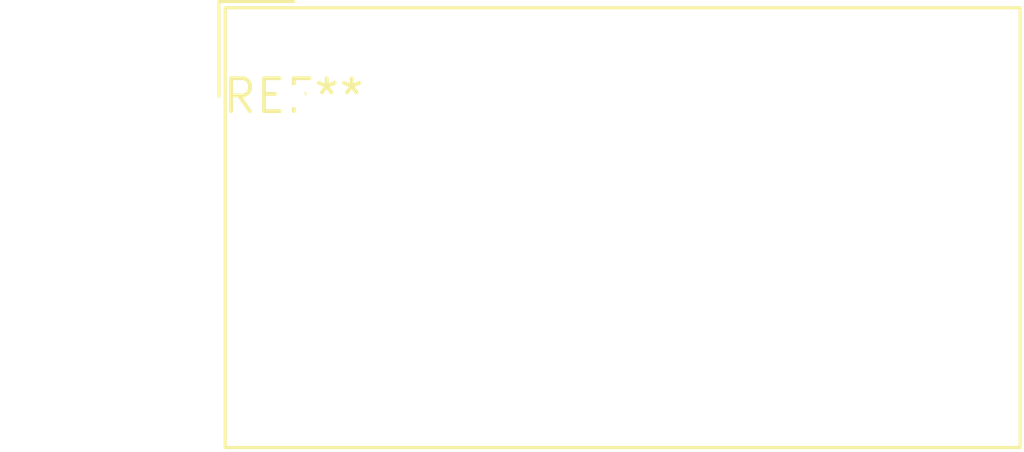
<source format=kicad_pcb>
(kicad_pcb (version 20240108) (generator pcbnew)
  (layers (0 "F.Cu" signal) (31 "B.Cu" signal) (34 "B.Paste" user) (35 "F.Paste" user) (36 "B.SilkS" user "B.Silkscreen") (37 "F.SilkS" user "F.Silkscreen") (38 "B.Mask" user) (39 "F.Mask" user) (44 "Edge.Cuts" user))
  (net 0 "")
  (footprint "Relay_DPST_COTO_3602" (layer "F.Cu") (at 0 0)
    (property "Reference" "REF**")
    (property "Value" "Relay_DPST_COTO_3602")
    (fp_line (start -2.89 -3.652) (end 0 -3.652) (layer "F.SilkS") (stroke (width 0.12)))
    (fp_line (start -2.89 0) (end -2.89 -3.652) (layer "F.SilkS") (stroke (width 0.12)))
    (fp_rect (start -2.65 13.572) (end 28.05 -3.412) (layer "F.SilkS") (stroke (width 0.12)) (fill none))
    (pad "13" thru_hole circle (at 0 5.08 90) (size 1.36 1.36) (drill 0.86) (layers *.Cu *.Mask) (remove_unused_layers))
    (pad "14" thru_hole circle (at 25.4 5.08 90) (size 1.36 1.36) (drill 0.86) (layers *.Cu *.Mask) (remove_unused_layers))
    (pad "23" thru_hole circle (at 0 7.62 90) (size 1.36 1.36) (drill 0.86) (layers *.Cu *.Mask) (remove_unused_layers))
    (pad "24" thru_hole circle (at 25.4 7.62 90) (size 1.36 1.36) (drill 0.86) (layers *.Cu *.Mask) (remove_unused_layers))
    (pad "A1" thru_hole rect (at 0 0 90) (size 1.36 1.36) (drill 0.86) (layers *.Cu *.Mask) (remove_unused_layers))
    (pad "A2" thru_hole circle (at 25.4 0 90) (size 1.36 1.36) (drill 0.86) (layers *.Cu *.Mask) (remove_unused_layers))
    (pad "SH" thru_hole circle (at 0 10.16 90) (size 1.36 1.36) (drill 0.86) (layers *.Cu *.Mask) (remove_unused_layers))
  )
)
</source>
